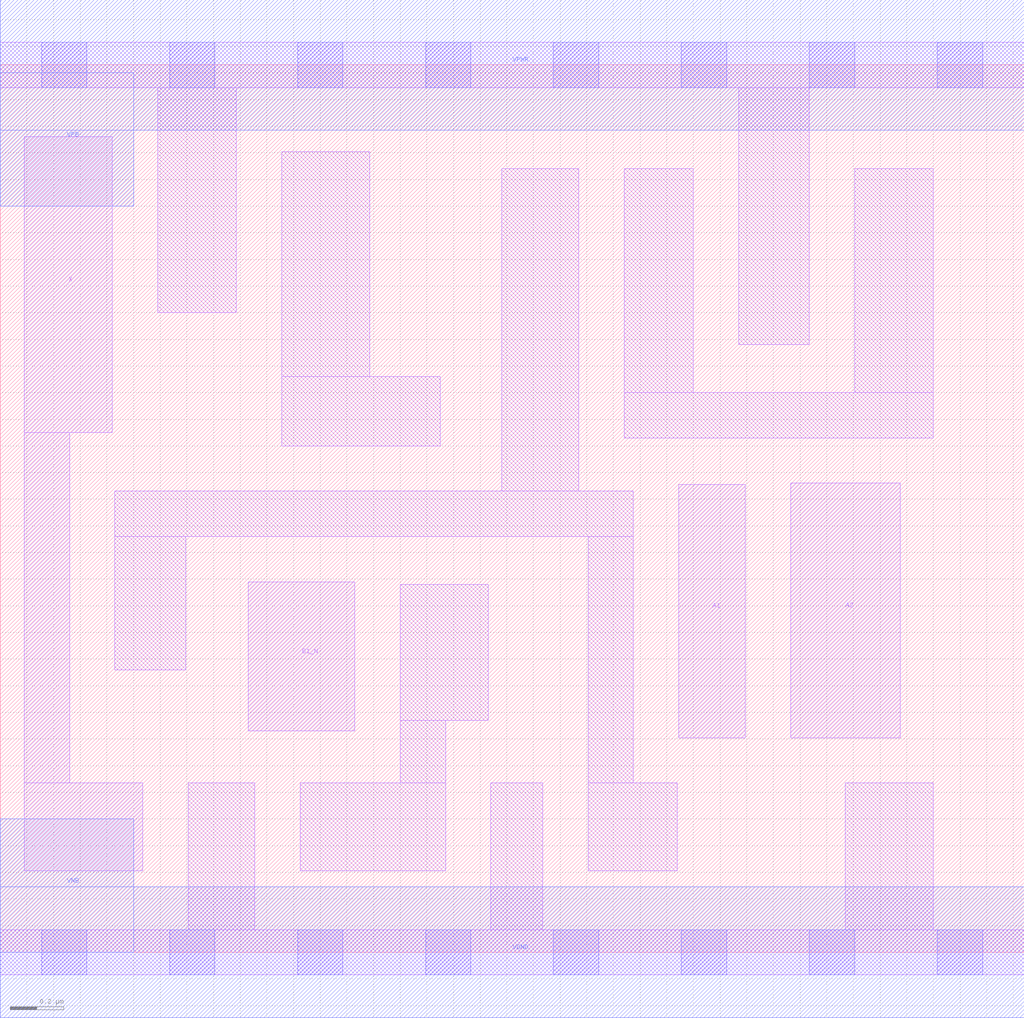
<source format=lef>
# Copyright 2020 The SkyWater PDK Authors
#
# Licensed under the Apache License, Version 2.0 (the "License");
# you may not use this file except in compliance with the License.
# You may obtain a copy of the License at
#
#     https://www.apache.org/licenses/LICENSE-2.0
#
# Unless required by applicable law or agreed to in writing, software
# distributed under the License is distributed on an "AS IS" BASIS,
# WITHOUT WARRANTIES OR CONDITIONS OF ANY KIND, either express or implied.
# See the License for the specific language governing permissions and
# limitations under the License.
#
# SPDX-License-Identifier: Apache-2.0

VERSION 5.5 ;
NAMESCASESENSITIVE ON ;
BUSBITCHARS "[]" ;
DIVIDERCHAR "/" ;
MACRO sky130_fd_sc_lp__a21bo_0
  CLASS CORE ;
  SOURCE USER ;
  ORIGIN  0.000000  0.000000 ;
  SIZE  3.840000 BY  3.330000 ;
  SYMMETRY X Y R90 ;
  SITE unit ;
  PIN A1
    ANTENNAGATEAREA  0.159000 ;
    DIRECTION INPUT ;
    USE SIGNAL ;
    PORT
      LAYER li1 ;
        RECT 2.545000 0.805000 2.795000 1.755000 ;
    END
  END A1
  PIN A2
    ANTENNAGATEAREA  0.159000 ;
    DIRECTION INPUT ;
    USE SIGNAL ;
    PORT
      LAYER li1 ;
        RECT 2.965000 0.805000 3.375000 1.760000 ;
    END
  END A2
  PIN B1_N
    ANTENNAGATEAREA  0.126000 ;
    DIRECTION INPUT ;
    USE SIGNAL ;
    PORT
      LAYER li1 ;
        RECT 0.930000 0.830000 1.330000 1.390000 ;
    END
  END B1_N
  PIN X
    ANTENNADIFFAREA  0.280900 ;
    DIRECTION OUTPUT ;
    USE SIGNAL ;
    PORT
      LAYER li1 ;
        RECT 0.090000 0.305000 0.535000 0.635000 ;
        RECT 0.090000 0.635000 0.260000 1.950000 ;
        RECT 0.090000 1.950000 0.420000 3.060000 ;
    END
  END X
  PIN VGND
    DIRECTION INOUT ;
    USE GROUND ;
    PORT
      LAYER met1 ;
        RECT 0.000000 -0.245000 3.840000 0.245000 ;
    END
  END VGND
  PIN VNB
    DIRECTION INOUT ;
    USE GROUND ;
    PORT
      LAYER met1 ;
        RECT 0.000000 0.000000 0.500000 0.500000 ;
    END
  END VNB
  PIN VPB
    DIRECTION INOUT ;
    USE POWER ;
    PORT
      LAYER met1 ;
        RECT 0.000000 2.800000 0.500000 3.300000 ;
    END
  END VPB
  PIN VPWR
    DIRECTION INOUT ;
    USE POWER ;
    PORT
      LAYER met1 ;
        RECT 0.000000 3.085000 3.840000 3.575000 ;
    END
  END VPWR
  OBS
    LAYER li1 ;
      RECT 0.000000 -0.085000 3.840000 0.085000 ;
      RECT 0.000000  3.245000 3.840000 3.415000 ;
      RECT 0.430000  1.060000 0.695000 1.560000 ;
      RECT 0.430000  1.560000 2.375000 1.730000 ;
      RECT 0.590000  2.400000 0.885000 3.245000 ;
      RECT 0.705000  0.085000 0.955000 0.635000 ;
      RECT 1.055000  1.900000 1.650000 2.160000 ;
      RECT 1.055000  2.160000 1.385000 3.005000 ;
      RECT 1.125000  0.305000 1.670000 0.635000 ;
      RECT 1.500000  0.635000 1.670000 0.870000 ;
      RECT 1.500000  0.870000 1.830000 1.380000 ;
      RECT 1.840000  0.085000 2.035000 0.635000 ;
      RECT 1.880000  1.730000 2.170000 2.940000 ;
      RECT 2.205000  0.305000 2.540000 0.635000 ;
      RECT 2.205000  0.635000 2.375000 1.560000 ;
      RECT 2.340000  1.930000 3.500000 2.100000 ;
      RECT 2.340000  2.100000 2.600000 2.940000 ;
      RECT 2.770000  2.280000 3.035000 3.245000 ;
      RECT 3.170000  0.085000 3.500000 0.635000 ;
      RECT 3.205000  2.100000 3.500000 2.940000 ;
    LAYER mcon ;
      RECT 0.155000 -0.085000 0.325000 0.085000 ;
      RECT 0.155000  3.245000 0.325000 3.415000 ;
      RECT 0.635000 -0.085000 0.805000 0.085000 ;
      RECT 0.635000  3.245000 0.805000 3.415000 ;
      RECT 1.115000 -0.085000 1.285000 0.085000 ;
      RECT 1.115000  3.245000 1.285000 3.415000 ;
      RECT 1.595000 -0.085000 1.765000 0.085000 ;
      RECT 1.595000  3.245000 1.765000 3.415000 ;
      RECT 2.075000 -0.085000 2.245000 0.085000 ;
      RECT 2.075000  3.245000 2.245000 3.415000 ;
      RECT 2.555000 -0.085000 2.725000 0.085000 ;
      RECT 2.555000  3.245000 2.725000 3.415000 ;
      RECT 3.035000 -0.085000 3.205000 0.085000 ;
      RECT 3.035000  3.245000 3.205000 3.415000 ;
      RECT 3.515000 -0.085000 3.685000 0.085000 ;
      RECT 3.515000  3.245000 3.685000 3.415000 ;
  END
END sky130_fd_sc_lp__a21bo_0
END LIBRARY

</source>
